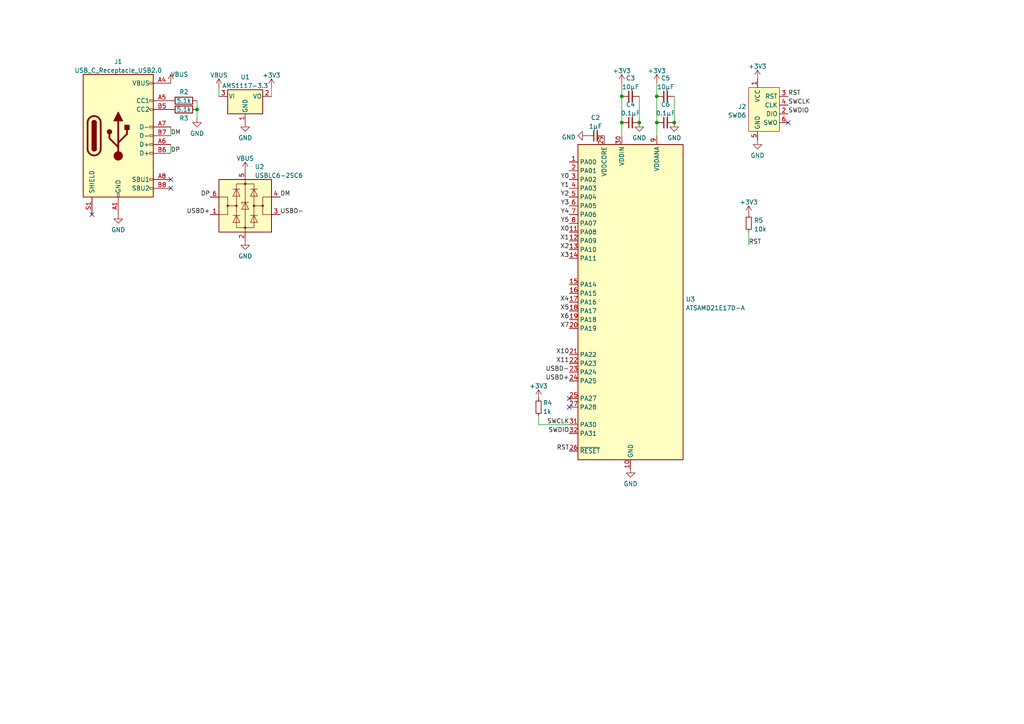
<source format=kicad_sch>
(kicad_sch (version 20211123) (generator eeschema)
  (paper "A4")
  (lib_symbols
    (symbol "Connector:USB_C_Receptacle_USB2.0" (pin_names (offset 1.016))
      (property "Reference" "J" (at -10.16 19.05 0))
      (property "Value" "USB_C_Receptacle_USB2.0" (at 19.05 19.05 0))
      (symbol "USB_C_Receptacle_USB2.0_0_0"
        (rectangle (start -0.254 -17.78) (end 0.254 -16.764))
        (rectangle (start 10.16 -14.986) (end 9.144 -15.494))
        (rectangle (start 10.16 -12.446) (end 9.144 -12.954))
        (rectangle (start 10.16 -4.826) (end 9.144 -5.334))
        (rectangle (start 10.16 -2.286) (end 9.144 -2.794))
        (rectangle (start 10.16 0.254) (end 9.144 -0.254))
        (rectangle (start 10.16 2.794) (end 9.144 2.286))
        (rectangle (start 10.16 7.874) (end 9.144 7.366))
        (rectangle (start 10.16 10.414) (end 9.144 9.906))
        (rectangle (start 10.16 15.494) (end 9.144 14.986))
      )
      (symbol "USB_C_Receptacle_USB2.0_0_1"
        (rectangle (start -10.16 17.78) (end 10.16 -17.78) (stroke (width 0.254)) (fill (type background)))
        (arc (start -8.89 -3.81) (mid -6.985 -5.715) (end -5.08 -3.81) (stroke (width 0.508)))
        (arc (start -7.62 -3.81) (mid -6.985 -4.445) (end -6.35 -3.81) (stroke (width 0.254)))
        (arc (start -7.62 -3.81) (mid -6.985 -4.445) (end -6.35 -3.81) (stroke (width 0.254)) (fill (type outline)))
        (rectangle (start -7.62 -3.81) (end -6.35 3.81) (stroke (width 0.254)) (fill (type outline)))
        (arc (start -6.35 3.81) (mid -6.985 4.445) (end -7.62 3.81) (stroke (width 0.254)))
        (arc (start -6.35 3.81) (mid -6.985 4.445) (end -7.62 3.81) (stroke (width 0.254)) (fill (type outline)))
        (arc (start -5.08 3.81) (mid -6.985 5.715) (end -8.89 3.81) (stroke (width 0.508)))
        (circle (center -2.54 1.143) (radius 0.635) (stroke (width 0.254)) (fill (type outline)))
        (circle (center 0 -5.842) (radius 1.27) (fill (type outline)))
        (polyline (pts (xy -8.89 -3.81) (xy -8.89 3.81)) (stroke (width 0.508)))
        (polyline (pts (xy -5.08 3.81) (xy -5.08 -3.81)) (stroke (width 0.508)))
        (polyline (pts (xy 0 -5.842) (xy 0 4.318)) (stroke (width 0.508)))
        (polyline (pts (xy 0 -3.302) (xy -2.54 -0.762) (xy -2.54 0.508)) (stroke (width 0.508)))
        (polyline (pts (xy 0 -2.032) (xy 2.54 0.508) (xy 2.54 1.778)) (stroke (width 0.508)))
        (polyline (pts (xy -1.27 4.318) (xy 0 6.858) (xy 1.27 4.318) (xy -1.27 4.318)) (stroke (width 0.254)) (fill (type outline)))
        (rectangle (start 1.905 1.778) (end 3.175 3.048) (stroke (width 0.254)) (fill (type outline)))
      )
      (symbol "USB_C_Receptacle_USB2.0_1_1"
        (pin passive line (at 0 -22.86 90) (length 5.08) (name "GND") (number "A1"))
        (pin passive line (at 0 -22.86 90) (length 5.08) hide (name "GND") (number "A12"))
        (pin passive line (at 15.24 15.24 180) (length 5.08) (name "VBUS") (number "A4"))
        (pin bidirectional line (at 15.24 10.16 180) (length 5.08) (name "CC1") (number "A5"))
        (pin bidirectional line (at 15.24 -2.54 180) (length 5.08) (name "D+") (number "A6"))
        (pin bidirectional line (at 15.24 2.54 180) (length 5.08) (name "D-") (number "A7"))
        (pin bidirectional line (at 15.24 -12.7 180) (length 5.08) (name "SBU1") (number "A8"))
        (pin passive line (at 15.24 15.24 180) (length 5.08) hide (name "VBUS") (number "A9"))
        (pin passive line (at 0 -22.86 90) (length 5.08) hide (name "GND") (number "B1"))
        (pin passive line (at 0 -22.86 90) (length 5.08) hide (name "GND") (number "B12"))
        (pin passive line (at 15.24 15.24 180) (length 5.08) hide (name "VBUS") (number "B4"))
        (pin bidirectional line (at 15.24 7.62 180) (length 5.08) (name "CC2") (number "B5"))
        (pin bidirectional line (at 15.24 -5.08 180) (length 5.08) (name "D+") (number "B6"))
        (pin bidirectional line (at 15.24 0 180) (length 5.08) (name "D-") (number "B7"))
        (pin bidirectional line (at 15.24 -15.24 180) (length 5.08) (name "SBU2") (number "B8"))
        (pin passive line (at 15.24 15.24 180) (length 5.08) hide (name "VBUS") (number "B9"))
        (pin passive line (at -7.62 -22.86 90) (length 5.08) (name "SHIELD") (number "S1"))
      )
    )
    (symbol "Device:C_Small" (pin_numbers hide) (pin_names (offset 0.254) hide)
      (property "Reference" "C" (at 0.254 1.778 0))
      (property "Value" "C_Small" (at 0.254 -2.032 0))
      (symbol "C_Small_0_1"
        (polyline (pts (xy -1.524 -0.508) (xy 1.524 -0.508)) (stroke (width 0.3302)))
        (polyline (pts (xy -1.524 0.508) (xy 1.524 0.508)) (stroke (width 0.3048)))
      )
      (symbol "C_Small_1_1"
        (pin passive line (at 0 2.54 270) (length 2.032) (name "~") (number "1"))
        (pin passive line (at 0 -2.54 90) (length 2.032) (name "~") (number "2"))
      )
    )
    (symbol "Device:R" (pin_numbers hide) (pin_names (offset 0))
      (property "Reference" "R" (at 2.032 0 90))
      (property "Value" "R" (at 0 0 90))
      (symbol "R_0_1"
        (rectangle (start -1.016 -2.54) (end 1.016 2.54) (stroke (width 0.254)))
      )
      (symbol "R_1_1"
        (pin passive line (at 0 3.81 270) (length 1.27) (name "~") (number "1"))
        (pin passive line (at 0 -3.81 90) (length 1.27) (name "~") (number "2"))
      )
    )
    (symbol "Device:R_Small" (pin_numbers hide) (pin_names (offset 0.254) hide)
      (property "Reference" "R" (at 0.762 0.508 0))
      (property "Value" "R_Small" (at 0.762 -1.016 0))
      (symbol "R_Small_0_1"
        (rectangle (start -0.762 1.778) (end 0.762 -1.778) (stroke (width 0.2032)))
      )
      (symbol "R_Small_1_1"
        (pin passive line (at 0 2.54 270) (length 0.762) (name "~") (number "1"))
        (pin passive line (at 0 -2.54 90) (length 0.762) (name "~") (number "2"))
      )
    )
    (symbol "MCU_Microchip_SAMD:ATSAMD21E17D-A"
      (property "Reference" "U" (at -13.97 46.99 0))
      (property "Value" "ATSAMD21E17D-A" (at 16.51 46.99 0))
      (symbol "ATSAMD21E17D-A_1_1"
        (rectangle (start -15.24 45.72) (end 15.24 -45.72) (stroke (width 0.254)) (fill (type background)))
        (pin bidirectional line (at -17.78 40.64 0) (length 2.54) (name "PA00") (number "1"))
        (pin power_in line (at 0 -48.26 90) (length 2.54) (name "GND") (number "10"))
        (pin bidirectional line (at -17.78 20.32 0) (length 2.54) (name "PA08") (number "11"))
        (pin bidirectional line (at -17.78 17.78 0) (length 2.54) (name "PA09") (number "12"))
        (pin bidirectional line (at -17.78 15.24 0) (length 2.54) (name "PA10") (number "13"))
        (pin bidirectional line (at -17.78 12.7 0) (length 2.54) (name "PA11") (number "14"))
        (pin bidirectional line (at -17.78 5.08 0) (length 2.54) (name "PA14") (number "15"))
        (pin bidirectional line (at -17.78 2.54 0) (length 2.54) (name "PA15") (number "16"))
        (pin bidirectional line (at -17.78 0 0) (length 2.54) (name "PA16") (number "17"))
        (pin bidirectional line (at -17.78 -2.54 0) (length 2.54) (name "PA17") (number "18"))
        (pin bidirectional line (at -17.78 -5.08 0) (length 2.54) (name "PA18") (number "19"))
        (pin bidirectional line (at -17.78 38.1 0) (length 2.54) (name "PA01") (number "2"))
        (pin bidirectional line (at -17.78 -7.62 0) (length 2.54) (name "PA19") (number "20"))
        (pin bidirectional line (at -17.78 -15.24 0) (length 2.54) (name "PA22") (number "21"))
        (pin bidirectional line (at -17.78 -17.78 0) (length 2.54) (name "PA23") (number "22"))
        (pin bidirectional line (at -17.78 -20.32 0) (length 2.54) (name "PA24") (number "23"))
        (pin bidirectional line (at -17.78 -22.86 0) (length 2.54) (name "PA25") (number "24"))
        (pin bidirectional line (at -17.78 -27.94 0) (length 2.54) (name "PA27") (number "25"))
        (pin input line (at -17.78 -43.18 0) (length 2.54) (name "~{RESET}") (number "26"))
        (pin bidirectional line (at -17.78 -30.48 0) (length 2.54) (name "PA28") (number "27"))
        (pin passive line (at 0 -48.26 90) (length 2.54) hide (name "GND") (number "28"))
        (pin power_out line (at -7.62 48.26 270) (length 2.54) (name "VDDCORE") (number "29"))
        (pin bidirectional line (at -17.78 35.56 0) (length 2.54) (name "PA02") (number "3"))
        (pin power_in line (at -2.54 48.26 270) (length 2.54) (name "VDDIN") (number "30"))
        (pin bidirectional line (at -17.78 -35.56 0) (length 2.54) (name "PA30") (number "31"))
        (pin bidirectional line (at -17.78 -38.1 0) (length 2.54) (name "PA31") (number "32"))
        (pin bidirectional line (at -17.78 33.02 0) (length 2.54) (name "PA03") (number "4"))
        (pin bidirectional line (at -17.78 30.48 0) (length 2.54) (name "PA04") (number "5"))
        (pin bidirectional line (at -17.78 27.94 0) (length 2.54) (name "PA05") (number "6"))
        (pin bidirectional line (at -17.78 25.4 0) (length 2.54) (name "PA06") (number "7"))
        (pin bidirectional line (at -17.78 22.86 0) (length 2.54) (name "PA07") (number "8"))
        (pin power_in line (at 7.62 48.26 270) (length 2.54) (name "VDDANA") (number "9"))
      )
    )
    (symbol "Power_Protection:USBLC6-2SC6" (pin_names hide)
      (property "Reference" "U" (at 2.54 8.89 0))
      (property "Value" "USBLC6-2SC6" (at 2.54 -8.89 0))
      (symbol "USBLC6-2SC6_0_1"
        (rectangle (start -7.62 -7.62) (end 7.62 7.62) (stroke (width 0.254)) (fill (type background)))
        (circle (center -5.08 0) (radius 0.254) (fill (type outline)))
        (circle (center -2.54 0) (radius 0.254) (fill (type outline)))
        (rectangle (start -2.54 6.35) (end 2.54 -6.35))
        (circle (center 0 -6.35) (radius 0.254) (fill (type outline)))
        (polyline (pts (xy -5.08 -2.54) (xy -7.62 -2.54)))
        (polyline (pts (xy -5.08 0) (xy -5.08 -2.54)))
        (polyline (pts (xy -5.08 2.54) (xy -7.62 2.54)))
        (polyline (pts (xy -1.524 -2.794) (xy -3.556 -2.794)))
        (polyline (pts (xy -1.524 4.826) (xy -3.556 4.826)))
        (polyline (pts (xy 0 -7.62) (xy 0 -6.35)))
        (polyline (pts (xy 0 -6.35) (xy 0 1.27)))
        (polyline (pts (xy 0 1.27) (xy 0 6.35)))
        (polyline (pts (xy 0 6.35) (xy 0 7.62)))
        (polyline (pts (xy 1.524 -2.794) (xy 3.556 -2.794)))
        (polyline (pts (xy 1.524 4.826) (xy 3.556 4.826)))
        (polyline (pts (xy 5.08 -2.54) (xy 7.62 -2.54)))
        (polyline (pts (xy 5.08 0) (xy 5.08 -2.54)))
        (polyline (pts (xy 5.08 2.54) (xy 7.62 2.54)))
        (polyline (pts (xy -2.54 0) (xy -5.08 0) (xy -5.08 2.54)))
        (polyline (pts (xy 2.54 0) (xy 5.08 0) (xy 5.08 2.54)))
        (polyline (pts (xy -3.556 -4.826) (xy -1.524 -4.826) (xy -2.54 -2.794) (xy -3.556 -4.826)))
        (polyline (pts (xy -3.556 2.794) (xy -1.524 2.794) (xy -2.54 4.826) (xy -3.556 2.794)))
        (polyline (pts (xy -1.016 -1.016) (xy 1.016 -1.016) (xy 0 1.016) (xy -1.016 -1.016)))
        (polyline (pts (xy 1.016 1.016) (xy 0.762 1.016) (xy -1.016 1.016) (xy -1.016 0.508)))
        (polyline (pts (xy 3.556 -4.826) (xy 1.524 -4.826) (xy 2.54 -2.794) (xy 3.556 -4.826)))
        (polyline (pts (xy 3.556 2.794) (xy 1.524 2.794) (xy 2.54 4.826) (xy 3.556 2.794)))
        (circle (center 0 6.35) (radius 0.254) (fill (type outline)))
        (circle (center 2.54 0) (radius 0.254) (fill (type outline)))
        (circle (center 5.08 0) (radius 0.254) (fill (type outline)))
      )
      (symbol "USBLC6-2SC6_1_1"
        (pin passive line (at -10.16 -2.54 0) (length 2.54) (name "I/O1") (number "1"))
        (pin passive line (at 0 -10.16 90) (length 2.54) (name "GND") (number "2"))
        (pin passive line (at 10.16 -2.54 180) (length 2.54) (name "I/O2") (number "3"))
        (pin passive line (at 10.16 2.54 180) (length 2.54) (name "I/O2") (number "4"))
        (pin passive line (at 0 10.16 270) (length 2.54) (name "VBUS") (number "5"))
        (pin passive line (at -10.16 2.54 0) (length 2.54) (name "I/O1") (number "6"))
      )
    )
    (symbol "Regulator_Linear:AMS1117-3.3" (pin_names (offset 0.254))
      (property "Reference" "U" (at -3.81 3.175 0))
      (property "Value" "AMS1117-3.3" (at 0 3.175 0))
      (symbol "AMS1117-3.3_0_1"
        (rectangle (start -5.08 -5.08) (end 5.08 1.905) (stroke (width 0.254)) (fill (type background)))
      )
      (symbol "AMS1117-3.3_1_1"
        (pin power_in line (at 0 -7.62 90) (length 2.54) (name "GND") (number "1"))
        (pin power_out line (at 7.62 0 180) (length 2.54) (name "VO") (number "2"))
        (pin power_in line (at -7.62 0 0) (length 2.54) (name "VI") (number "3"))
      )
    )
    (symbol "power:+3V3" (power) (pin_names (offset 0))
      (property "Value" "+3V3" (at 0 3.556 0))
      (symbol "+3V3_0_1"
        (polyline (pts (xy -0.762 1.27) (xy 0 2.54)))
        (polyline (pts (xy 0 0) (xy 0 2.54)))
        (polyline (pts (xy 0 2.54) (xy 0.762 1.27)))
      )
      (symbol "+3V3_1_1"
        (pin power_in line (at 0 0 90) (length 0) hide (name "+3V3") (number "1"))
      )
    )
    (symbol "power:GND" (power) (pin_names (offset 0))
      (property "Value" "GND" (at 0 -3.81 0))
      (symbol "GND_0_1"
        (polyline (pts (xy 0 0) (xy 0 -1.27) (xy 1.27 -1.27) (xy 0 -2.54) (xy -1.27 -1.27) (xy 0 -1.27)))
      )
      (symbol "GND_1_1"
        (pin power_in line (at 0 0 270) (length 0) hide (name "GND") (number "1"))
      )
    )
    (symbol "power:VBUS" (power) (pin_names (offset 0))
      (property "Value" "VBUS" (at 0 3.81 0))
      (symbol "VBUS_0_1"
        (polyline (pts (xy -0.762 1.27) (xy 0 2.54)))
        (polyline (pts (xy 0 0) (xy 0 2.54)))
        (polyline (pts (xy 0 2.54) (xy 0.762 1.27)))
      )
      (symbol "VBUS_1_1"
        (pin power_in line (at 0 0 90) (length 0) hide (name "VBUS") (number "1"))
      )
    )
    (symbol "xenua:SWD6"
      (property "Reference" "J" (at 6.35 3.81 0))
      (property "Value" "SWD6" (at 6.35 1.27 0))
      (symbol "SWD6_0_1"
        (rectangle (start 0 0) (end 8.89 -12.7) (stroke (width 0.1524)) (fill (type background)))
      )
      (symbol "SWD6_1_1"
        (pin power_in line (at 2.54 2.54 270) (length 2.54) (name "VCC") (number "1"))
        (pin bidirectional line (at 11.43 -7.62 180) (length 2.54) (name "DIO") (number "2"))
        (pin input line (at 11.43 -2.54 180) (length 2.54) (name "RST") (number "3"))
        (pin input line (at 11.43 -5.08 180) (length 2.54) (name "CLK") (number "4"))
        (pin input line (at 2.54 -15.24 90) (length 2.54) (name "GND") (number "5"))
        (pin output line (at 11.43 -10.16 180) (length 2.54) (name "SWO") (number "6"))
      )
    )
  )
  (junction (at 180.34 35.56))
  (junction (at 185.42 35.56))
  (junction (at 180.34 27.94))
  (junction (at 190.5 35.56))
  (junction (at 195.58 35.56))
  (junction (at 57.15 31.75))
  (junction (at 190.5 27.94))
  (no_connect (at 26.67 62.23))
  (no_connect (at 228.6 35.56))
  (no_connect (at 49.53 52.07))
  (no_connect (at 49.53 54.61))
  (no_connect (at 165.1 115.57))
  (no_connect (at 165.1 118.11))
  (wire (pts (xy 217.17 67.31) (xy 217.17 71.12)))
  (wire (pts (xy 190.5 27.94) (xy 190.5 35.56)))
  (wire (pts (xy 180.34 35.56) (xy 180.34 39.37)))
  (wire (pts (xy 180.34 24.13) (xy 180.34 27.94)))
  (wire (pts (xy 57.15 29.21) (xy 57.15 31.75)))
  (wire (pts (xy 49.53 41.91) (xy 49.53 44.45)))
  (wire (pts (xy 195.58 27.94) (xy 195.58 35.56)))
  (wire (pts (xy 180.34 27.94) (xy 180.34 35.56)))
  (wire (pts (xy 185.42 27.94) (xy 185.42 35.56)))
  (wire (pts (xy 49.53 36.83) (xy 49.53 39.37)))
  (wire (pts (xy 63.5 25.4) (xy 63.5 27.94)))
  (wire (pts (xy 78.74 25.4) (xy 78.74 27.94)))
  (wire (pts (xy 156.21 123.19) (xy 165.1 123.19)))
  (wire (pts (xy 57.15 31.75) (xy 57.15 34.29)))
  (wire (pts (xy 156.21 120.65) (xy 156.21 123.19)))
  (wire (pts (xy 190.5 24.13) (xy 190.5 27.94)))
  (wire (pts (xy 190.5 35.56) (xy 190.5 39.37)))
  (label "Y4" (at 165.1 62.23 180))
  (label "RST" (at 228.6 27.94 0))
  (label "Y5" (at 165.1 64.77 180))
  (label "RST" (at 217.17 71.12 0))
  (label "X5" (at 165.1 90.17 180))
  (label "X11" (at 165.1 105.41 180))
  (label "SWCLK" (at 228.6 30.48 0))
  (label "RST" (at 165.1 130.81 180))
  (label "USBD+" (at 60.96 62.23 180))
  (label "X4" (at 165.1 87.63 180))
  (label "X6" (at 165.1 92.71 180))
  (label "Y1" (at 165.1 54.61 180))
  (label "USBD-" (at 81.28 62.23 0))
  (label "DM" (at 49.53 39.37 0))
  (label "USBD+" (at 165.1 110.49 180))
  (label "SWDIO" (at 165.1 125.73 180))
  (label "X2" (at 165.1 72.39 180))
  (label "X10" (at 165.1 102.87 180))
  (label "USBD-" (at 165.1 107.95 180))
  (label "X3" (at 165.1 74.93 180))
  (label "X1" (at 165.1 69.85 180))
  (label "X7" (at 165.1 95.25 180))
  (label "Y3" (at 165.1 59.69 180))
  (label "Y2" (at 165.1 57.15 180))
  (label "Y0" (at 165.1 52.07 180))
  (label "DP" (at 49.53 44.45 0))
  (label "X0" (at 165.1 67.31 180))
  (label "DM" (at 81.28 57.15 0))
  (label "SWCLK" (at 165.1 123.19 180))
  (label "SWDIO" (at 228.6 33.02 0))
  (label "DP" (at 60.96 57.15 180))
  (symbol (lib_id "power:+3V3") (at 78.74 25.4 0) (unit 1)
    (property "Reference" "#PWR0107" (effects hide))
    (property "Value" "+3V3" (at 78.74 21.8242 0))
  )
  (symbol (lib_id "Power_Protection:USBLC6-2SC6") (at 71.12 59.69 0) (unit 1)
    (property "Reference" "U2" (at 73.8887 48.3702 0) (effects (justify left)))
    (property "Value" "USBLC6-2SC6" (at 73.8887 50.9071 0) (effects (justify left)))
    (property "Footprint" "xenua:SOT-23-6_MidMount" (effects hide))
    (property "Datasheet" "https://www.st.com/resource/en/datasheet/usblc6-2.pdf" (effects hide))
  )
  (symbol (lib_id "power:GND") (at 185.42 35.56 0) (unit 1)
    (property "Reference" "#PWR0111" (effects hide))
    (property "Value" "GND" (at 185.42 40.0034 0))
  )
  (symbol (lib_id "power:+3V3") (at 190.5 24.13 0) (unit 1)
    (property "Reference" "#PWR0108" (effects hide))
    (property "Value" "+3V3" (at 190.5 20.5542 0))
  )
  (symbol (lib_id "power:+3V3") (at 156.21 115.57 0) (unit 1)
    (property "Reference" "#PWR0114" (effects hide))
    (property "Value" "+3V3" (at 156.21 111.9655 0))
  )
  (symbol (lib_id "power:GND") (at 195.58 35.56 0) (unit 1)
    (property "Reference" "#PWR0110" (effects hide))
    (property "Value" "GND" (at 195.58 40.0034 0))
  )
  (symbol (lib_id "power:+3V3") (at 217.17 62.23 0) (unit 1)
    (property "Reference" "#PWR0115" (effects hide))
    (property "Value" "+3V3" (at 217.17 58.6542 0))
  )
  (symbol (lib_id "Device:R") (at 53.34 31.75 270) (unit 1)
    (property "Reference" "R3" (at 53.34 34.29 90))
    (property "Value" "5.1k" (at 53.34 31.75 90))
    (property "Footprint" "xenua:0402_1005Metric_Pad0.74x0.62mm_MidMount" (effects hide))
  )
  (symbol (lib_id "Regulator_Linear:AMS1117-3.3") (at 71.12 27.94 0) (unit 1)
    (property "Reference" "U1" (at 71.12 22.3352 0))
    (property "Value" "AMS1117-3.3" (at 71.12 24.8721 0))
    (property "Footprint" "xenua:SOT-223-3_TabPin2_MidMount" (effects hide))
    (property "Datasheet" "http://www.advanced-monolithic.com/pdf/ds1117.pdf" (effects hide))
  )
  (symbol (lib_id "Device:C_Small") (at 193.04 27.94 90) (unit 1)
    (property "Reference" "C5" (at 193.0463 22.6781 90))
    (property "Value" "10µF" (at 193.0463 25.215 90))
    (property "Footprint" "xenua:0603_1608Metric_Pad1.08x0.95mm_MidMount" (effects hide))
  )
  (symbol (lib_id "power:+3V3") (at 219.71 22.86 0) (unit 1)
    (property "Reference" "#PWR0113" (effects hide))
    (property "Value" "+3V3" (at 219.71 19.2555 0))
  )
  (symbol (lib_id "power:GND") (at 71.12 69.85 0) (unit 1)
    (property "Reference" "#PWR0104" (effects hide))
    (property "Value" "GND" (at 71.12 74.2934 0))
  )
  (symbol (lib_id "power:VBUS") (at 63.5 25.4 0) (unit 1)
    (property "Reference" "#PWR0106" (effects hide))
    (property "Value" "VBUS" (at 63.5 21.8242 0))
  )
  (symbol (lib_id "power:GND") (at 57.15 34.29 0) (unit 1)
    (property "Reference" "#PWR0118" (effects hide))
    (property "Value" "GND" (at 57.15 38.7334 0))
  )
  (symbol (lib_id "Device:R_Small") (at 217.17 64.77 180) (unit 1)
    (property "Reference" "R5" (at 218.6686 63.9353 0) (effects (justify right)))
    (property "Value" "10k" (at 218.6686 66.4722 0) (effects (justify right)))
    (property "Footprint" "xenua:0402_1005Metric_Pad0.74x0.62mm_MidMount" (effects hide))
  )
  (symbol (lib_id "Connector:USB_C_Receptacle_USB2.0") (at 34.29 39.37 0) (unit 1)
    (property "Reference" "J1" (at 34.29 17.8902 0))
    (property "Value" "USB_C_Receptacle_USB2.0" (at 34.29 20.4271 0))
    (property "Footprint" "xenua:USB_C_PCB" (effects hide))
    (property "Datasheet" "https://www.usb.org/sites/default/files/documents/usb_type-c.zip" (effects hide))
  )
  (symbol (lib_id "Device:C_Small") (at 172.72 39.37 90) (unit 1)
    (property "Reference" "C2" (at 172.7263 34.1081 90))
    (property "Value" "1µF" (at 172.7263 36.645 90))
    (property "Footprint" "xenua:0603_1608Metric_Pad1.08x0.95mm_MidMount" (effects hide))
  )
  (symbol (lib_id "power:GND") (at 71.12 35.56 0) (unit 1)
    (property "Reference" "#PWR0103" (effects hide))
    (property "Value" "GND" (at 71.12 40.0034 0))
  )
  (symbol (lib_id "power:GND") (at 170.18 39.37 270) (unit 1)
    (property "Reference" "#PWR0117" (effects hide))
    (property "Value" "GND" (at 167.0051 39.8038 90) (effects (justify right)))
  )
  (symbol (lib_id "xenua:SWD6") (at 217.17 25.4 0) (unit 1)
    (property "Reference" "J2" (at 216.4589 30.9153 0) (effects (justify right)))
    (property "Value" "SWD6" (at 216.4589 33.4522 0) (effects (justify right)))
    (property "Footprint" "xenua:TC2030" (effects hide))
  )
  (symbol (lib_id "Device:R_Small") (at 156.21 118.11 0) (unit 1)
    (property "Reference" "R4" (at 157.48 116.84 0) (effects (justify left)))
    (property "Value" "1k" (at 157.48 119.38 0) (effects (justify left)))
    (property "Footprint" "xenua:0402_1005Metric_Pad0.74x0.62mm_MidMount" (effects hide))
  )
  (symbol (lib_id "MCU_Microchip_SAMD:ATSAMD21E17D-A") (at 182.88 87.63 0) (unit 1)
    (property "Reference" "U3" (at 198.882 86.7953 0) (effects (justify left)))
    (property "Value" "ATSAMD21E17D-A" (at 198.882 89.3322 0) (effects (justify left)))
    (property "Footprint" "xenua:LQFP-32_7x7mm_P0.8mm_midmount" (effects hide))
    (property "Datasheet" "http://ww1.microchip.com/downloads/en/DeviceDoc/SAM_D21_DA1_Family_Data%20Sheet_DS40001882E.pdf" (effects hide))
  )
  (symbol (lib_id "Device:R") (at 53.34 29.21 90) (unit 1)
    (property "Reference" "R2" (at 53.34 26.67 90))
    (property "Value" "5.1k" (at 53.34 29.21 90))
    (property "Footprint" "xenua:0402_1005Metric_Pad0.74x0.62mm_MidMount" (effects hide))
  )
  (symbol (lib_id "power:VBUS") (at 71.12 49.53 0) (unit 1)
    (property "Reference" "#PWR0105" (effects hide))
    (property "Value" "VBUS" (at 71.12 45.9542 0))
  )
  (symbol (lib_id "power:VBUS") (at 49.53 24.13 0) (unit 1)
    (property "Reference" "#PWR0102" (effects hide))
    (property "Value" "VBUS" (at 52.07 21.59 0))
  )
  (symbol (lib_id "Device:C_Small") (at 193.04 35.56 90) (unit 1)
    (property "Reference" "C6" (at 193.0463 30.2981 90))
    (property "Value" "0.1µF" (at 193.0463 32.835 90))
    (property "Footprint" "xenua:0603_1608Metric_Pad1.08x0.95mm_MidMount" (effects hide))
  )
  (symbol (lib_id "Device:C_Small") (at 182.88 35.56 90) (unit 1)
    (property "Reference" "C4" (at 182.8863 30.2981 90))
    (property "Value" "0.1µF" (at 182.8863 32.835 90))
    (property "Footprint" "xenua:0603_1608Metric_Pad1.08x0.95mm_MidMount" (effects hide))
  )
  (symbol (lib_id "power:GND") (at 219.71 40.64 0) (unit 1)
    (property "Reference" "#PWR0112" (effects hide))
    (property "Value" "GND" (at 219.71 45.0834 0))
  )
  (symbol (lib_id "power:+3V3") (at 180.34 24.13 0) (unit 1)
    (property "Reference" "#PWR0109" (effects hide))
    (property "Value" "+3V3" (at 180.34 20.5542 0))
  )
  (symbol (lib_id "power:GND") (at 34.29 62.23 0) (unit 1)
    (property "Reference" "#PWR0101" (effects hide))
    (property "Value" "GND" (at 34.29 66.6734 0))
  )
  (symbol (lib_id "Device:C_Small") (at 182.88 27.94 90) (unit 1)
    (property "Reference" "C3" (at 182.8863 22.6781 90))
    (property "Value" "10µF" (at 182.8863 25.215 90))
    (property "Footprint" "xenua:0603_1608Metric_Pad1.08x0.95mm_MidMount" (effects hide))
  )
  (symbol (lib_id "power:GND") (at 182.88 135.89 0) (unit 1)
    (property "Reference" "#PWR0116" (effects hide))
    (property "Value" "GND" (at 182.88 140.3334 0))
  )
)
</source>
